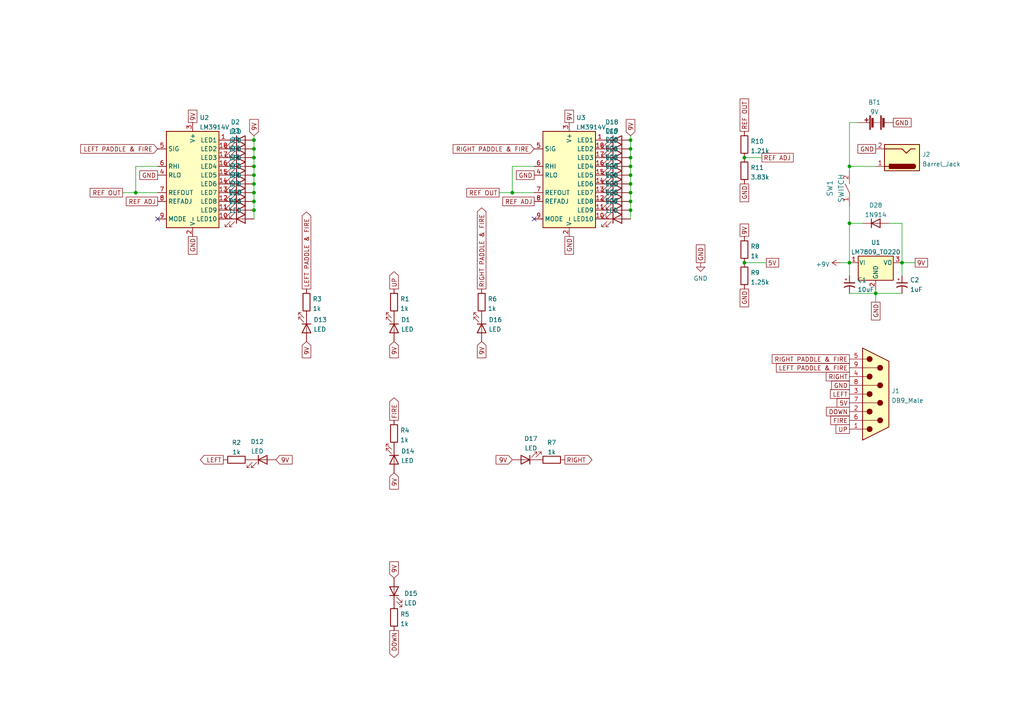
<source format=kicad_sch>
(kicad_sch (version 20211123) (generator eeschema)
  (paper "A4")
  (title_block (title "Atari Joystick & Paddle Tester") (date "2022-10-16") (rev "A"))
  (lib_symbols
    (symbol "AtariJoystickPaddleTester:LM3914_DIP"
      (property "Reference" "U" (at -6.35 13.97 0))
      (property "Value" "LM3914_DIP" (at 5.08 13.97 0))
      (symbol "LM3914_DIP_0_1"
        (rectangle (start -7.62 12.7) (end 7.62 -15.24) (stroke (width 0.254)) (fill (type background)))
      )
      (symbol "LM3914_DIP_1_1"
        (pin open_collector line (at 10.16 10.16 180) (length 2.54) (name "LED1") (number "1"))
        (pin open_collector line (at 10.16 -12.7 180) (length 2.54) (name "LED10") (number "10"))
        (pin open_collector line (at 10.16 -10.16 180) (length 2.54) (name "LED9") (number "11"))
        (pin open_collector line (at 10.16 -7.62 180) (length 2.54) (name "LED8") (number "12"))
        (pin open_collector line (at 10.16 -5.08 180) (length 2.54) (name "LED7") (number "13"))
        (pin open_collector line (at 10.16 -2.54 180) (length 2.54) (name "LED6") (number "14"))
        (pin open_collector line (at 10.16 0 180) (length 2.54) (name "LED5") (number "15"))
        (pin open_collector line (at 10.16 2.54 180) (length 2.54) (name "LED4") (number "16"))
        (pin open_collector line (at 10.16 5.08 180) (length 2.54) (name "LED3") (number "17"))
        (pin open_collector line (at 10.16 7.62 180) (length 2.54) (name "LED2") (number "18"))
        (pin power_in line (at 0 -17.78 90) (length 2.54) (name "V-") (number "2"))
        (pin power_in line (at 0 15.24 270) (length 2.54) (name "V+") (number "3"))
        (pin input line (at -10.16 0 0) (length 2.54) (name "RLO") (number "4"))
        (pin input line (at -10.16 7.62 0) (length 2.54) (name "SIG") (number "5"))
        (pin input line (at -10.16 2.54 0) (length 2.54) (name "RHI") (number "6"))
        (pin output line (at -10.16 -5.08 0) (length 2.54) (name "REFOUT") (number "7"))
        (pin input line (at -10.16 -7.62 0) (length 2.54) (name "REFADJ") (number "8"))
        (pin input line (at -10.16 -12.7 0) (length 2.54) (name "MODE") (number "9"))
      )
      (symbol "LM3914_DIP_1_2"
        (pin open_collector line (at 10.16 10.16 180) (length 2.54) (name "LED1") (number "1"))
        (pin open_collector line (at 10.16 -12.7 180) (length 2.54) (name "LED10") (number "10"))
        (pin open_collector line (at 10.16 -10.16 180) (length 2.54) (name "LED9") (number "11"))
        (pin open_collector line (at 10.16 -7.62 180) (length 2.54) (name "LED8") (number "12"))
        (pin open_collector line (at 10.16 -5.08 180) (length 2.54) (name "LED7") (number "13"))
        (pin open_collector line (at 10.16 -2.54 180) (length 2.54) (name "LED6") (number "14"))
        (pin open_collector line (at 10.16 0 180) (length 2.54) (name "LED5") (number "15"))
        (pin open_collector line (at 10.16 2.54 180) (length 2.54) (name "LED4") (number "16"))
        (pin open_collector line (at 10.16 5.08 180) (length 2.54) (name "LED3") (number "17"))
        (pin open_collector line (at 10.16 7.62 180) (length 2.54) (name "LED2") (number "18"))
        (pin power_in line (at 0 -17.78 90) (length 2.54) (name "V-") (number "2"))
        (pin power_in line (at 0 15.24 270) (length 2.54) (name "V+") (number "3"))
        (pin input line (at -10.16 0 0) (length 2.54) (name "RLO") (number "4"))
        (pin input line (at -10.16 7.62 0) (length 2.54) (name "SIG") (number "5"))
        (pin input line (at -10.16 2.54 0) (length 2.54) (name "RHI") (number "6"))
        (pin output line (at -10.16 -5.08 0) (length 2.54) (name "REFOUT") (number "7"))
        (pin input line (at -10.16 -7.62 0) (length 2.54) (name "REFADJ") (number "8"))
        (pin input line (at -10.16 -12.7 0) (length 2.54) (name "MODE") (number "9"))
      )
    )
    (symbol "Connector:Barrel_Jack" (pin_names (offset 1.016))
      (property "Reference" "J" (at 0 5.334 0))
      (property "Value" "Barrel_Jack" (at 0 -5.08 0))
      (symbol "Barrel_Jack_0_1"
        (rectangle (start -5.08 3.81) (end 5.08 -3.81) (stroke (width 0.254)) (fill (type background)))
        (arc (start -3.302 3.175) (mid -3.937 2.54) (end -3.302 1.905) (stroke (width 0.254)))
        (arc (start -3.302 3.175) (mid -3.937 2.54) (end -3.302 1.905) (stroke (width 0.254)) (fill (type outline)))
        (polyline (pts (xy 5.08 2.54) (xy 3.81 2.54)) (stroke (width 0.254)))
        (polyline (pts (xy -3.81 -2.54) (xy -2.54 -2.54) (xy -1.27 -1.27) (xy 0 -2.54) (xy 2.54 -2.54) (xy 5.08 -2.54)) (stroke (width 0.254)))
        (rectangle (start 3.683 3.175) (end -3.302 1.905) (stroke (width 0.254)) (fill (type outline)))
      )
      (symbol "Barrel_Jack_1_1"
        (pin passive line (at 7.62 2.54 180) (length 2.54) (name "~") (number "1"))
        (pin passive line (at 7.62 -2.54 180) (length 2.54) (name "~") (number "2"))
      )
    )
    (symbol "Connector:DB9_Male" (pin_names (offset 1.016) hide)
      (property "Reference" "J" (at 0 13.97 0))
      (property "Value" "DB9_Male" (at 0 -14.605 0))
      (symbol "DB9_Male_0_1"
        (circle (center -1.778 -10.16) (radius 0.762) (fill (type outline)))
        (circle (center -1.778 -5.08) (radius 0.762) (fill (type outline)))
        (circle (center -1.778 0) (radius 0.762) (fill (type outline)))
        (circle (center -1.778 5.08) (radius 0.762) (fill (type outline)))
        (circle (center -1.778 10.16) (radius 0.762) (fill (type outline)))
        (polyline (pts (xy -3.81 -10.16) (xy -2.54 -10.16)))
        (polyline (pts (xy -3.81 -7.62) (xy 0.508 -7.62)))
        (polyline (pts (xy -3.81 -5.08) (xy -2.54 -5.08)))
        (polyline (pts (xy -3.81 -2.54) (xy 0.508 -2.54)))
        (polyline (pts (xy -3.81 0) (xy -2.54 0)))
        (polyline (pts (xy -3.81 2.54) (xy 0.508 2.54)))
        (polyline (pts (xy -3.81 5.08) (xy -2.54 5.08)))
        (polyline (pts (xy -3.81 7.62) (xy 0.508 7.62)))
        (polyline (pts (xy -3.81 10.16) (xy -2.54 10.16)))
        (polyline (pts (xy -3.81 -13.335) (xy -3.81 13.335) (xy 3.81 9.525) (xy 3.81 -9.525) (xy -3.81 -13.335)) (stroke (width 0.254)) (fill (type background)))
        (circle (center 1.27 -7.62) (radius 0.762) (fill (type outline)))
        (circle (center 1.27 -2.54) (radius 0.762) (fill (type outline)))
        (circle (center 1.27 2.54) (radius 0.762) (fill (type outline)))
        (circle (center 1.27 7.62) (radius 0.762) (fill (type outline)))
      )
      (symbol "DB9_Male_1_1"
        (pin passive line (at -7.62 -10.16 0) (length 3.81) (name "1") (number "1"))
        (pin passive line (at -7.62 -5.08 0) (length 3.81) (name "2") (number "2"))
        (pin passive line (at -7.62 0 0) (length 3.81) (name "3") (number "3"))
        (pin passive line (at -7.62 5.08 0) (length 3.81) (name "4") (number "4"))
        (pin passive line (at -7.62 10.16 0) (length 3.81) (name "5") (number "5"))
        (pin passive line (at -7.62 -7.62 0) (length 3.81) (name "6") (number "6"))
        (pin passive line (at -7.62 -2.54 0) (length 3.81) (name "7") (number "7"))
        (pin passive line (at -7.62 2.54 0) (length 3.81) (name "8") (number "8"))
        (pin passive line (at -7.62 7.62 0) (length 3.81) (name "9") (number "9"))
      )
    )
    (symbol "Device:Battery" (pin_numbers hide) (pin_names (offset 0) hide)
      (property "Reference" "BT" (at 2.54 2.54 0))
      (property "Value" "Battery" (at 2.54 0 0))
      (symbol "Battery_0_1"
        (rectangle (start -2.032 -1.397) (end 2.032 -1.651) (fill (type outline)))
        (rectangle (start -2.032 1.778) (end 2.032 1.524) (fill (type outline)))
        (rectangle (start -1.3208 -1.9812) (end 1.27 -2.4892) (fill (type outline)))
        (rectangle (start -1.3208 1.1938) (end 1.27 0.6858) (fill (type outline)))
        (polyline (pts (xy 0 -1.524) (xy 0 -1.27)))
        (polyline (pts (xy 0 -1.016) (xy 0 -0.762)))
        (polyline (pts (xy 0 -0.508) (xy 0 -0.254)))
        (polyline (pts (xy 0 0) (xy 0 0.254)))
        (polyline (pts (xy 0 0.508) (xy 0 0.762)))
        (polyline (pts (xy 0 1.778) (xy 0 2.54)))
        (polyline (pts (xy 0.254 2.667) (xy 1.27 2.667)) (stroke (width 0.254)))
        (polyline (pts (xy 0.762 3.175) (xy 0.762 2.159)) (stroke (width 0.254)))
      )
      (symbol "Battery_1_1"
        (pin passive line (at 0 5.08 270) (length 2.54) (name "+") (number "1"))
        (pin passive line (at 0 -5.08 90) (length 2.54) (name "-") (number "2"))
      )
    )
    (symbol "Device:C_Polarized_Small_US" (pin_numbers hide) (pin_names (offset 0.254) hide)
      (property "Reference" "C" (at 0.254 1.778 0))
      (property "Value" "C_Polarized_Small_US" (at 0.254 -2.032 0))
      (symbol "C_Polarized_Small_US_0_1"
        (polyline (pts (xy -1.524 0.508) (xy 1.524 0.508)) (stroke (width 0.3048)))
        (polyline (pts (xy -1.27 1.524) (xy -0.762 1.524)))
        (polyline (pts (xy -1.016 1.27) (xy -1.016 1.778)))
        (arc (start 1.524 -0.762) (mid 0 -0.3734) (end -1.524 -0.762) (stroke (width 0.3048)))
      )
      (symbol "C_Polarized_Small_US_1_1"
        (pin passive line (at 0 2.54 270) (length 2.032) (name "~") (number "1"))
        (pin passive line (at 0 -2.54 90) (length 2.032) (name "~") (number "2"))
      )
    )
    (symbol "Device:LED" (pin_numbers hide) (pin_names (offset 1.016) hide)
      (property "Reference" "D" (at 0 2.54 0))
      (property "Value" "LED" (at 0 -2.54 0))
      (symbol "LED_0_1"
        (polyline (pts (xy -1.27 -1.27) (xy -1.27 1.27)) (stroke (width 0.254)))
        (polyline (pts (xy -1.27 0) (xy 1.27 0)))
        (polyline (pts (xy 1.27 -1.27) (xy 1.27 1.27) (xy -1.27 0) (xy 1.27 -1.27)) (stroke (width 0.254)))
        (polyline (pts (xy -3.048 -0.762) (xy -4.572 -2.286) (xy -3.81 -2.286) (xy -4.572 -2.286) (xy -4.572 -1.524)))
        (polyline (pts (xy -1.778 -0.762) (xy -3.302 -2.286) (xy -2.54 -2.286) (xy -3.302 -2.286) (xy -3.302 -1.524)))
      )
      (symbol "LED_1_1"
        (pin passive line (at -3.81 0 0) (length 2.54) (name "K") (number "1"))
        (pin passive line (at 3.81 0 180) (length 2.54) (name "A") (number "2"))
      )
    )
    (symbol "Device:R" (pin_numbers hide) (pin_names (offset 0))
      (property "Reference" "R" (at 2.032 0 90))
      (property "Value" "R" (at 0 0 90))
      (symbol "R_0_1"
        (rectangle (start -1.016 -2.54) (end 1.016 2.54) (stroke (width 0.254)))
      )
      (symbol "R_1_1"
        (pin passive line (at 0 3.81 270) (length 1.27) (name "~") (number "1"))
        (pin passive line (at 0 -3.81 90) (length 1.27) (name "~") (number "2"))
      )
    )
    (symbol "Diode:1N914" (pin_numbers hide) (pin_names (offset 1.016) hide)
      (property "Reference" "D" (at 0 2.54 0))
      (property "Value" "1N914" (at 0 -2.54 0))
      (symbol "1N914_0_1"
        (polyline (pts (xy -1.27 1.27) (xy -1.27 -1.27)) (stroke (width 0.254)))
        (polyline (pts (xy 1.27 0) (xy -1.27 0)))
        (polyline (pts (xy 1.27 1.27) (xy 1.27 -1.27) (xy -1.27 0) (xy 1.27 1.27)) (stroke (width 0.254)))
      )
      (symbol "1N914_1_1"
        (pin passive line (at -3.81 0 0) (length 2.54) (name "K") (number "1"))
        (pin passive line (at 3.81 0 180) (length 2.54) (name "A") (number "2"))
      )
    )
    (symbol "LM3914_DIP_1"
      (property "Reference" "U" (at -6.35 13.97 0))
      (property "Value" "LM3914_DIP_1" (at 5.08 13.97 0))
      (symbol "LM3914_DIP_1_0_1"
        (rectangle (start -7.62 12.7) (end 7.62 -15.24) (stroke (width 0.254)) (fill (type background)))
      )
      (symbol "LM3914_DIP_1_1_1"
        (pin open_collector line (at 10.16 10.16 180) (length 2.54) (name "LED1") (number "1"))
        (pin open_collector line (at 10.16 -12.7 180) (length 2.54) (name "LED10") (number "10"))
        (pin open_collector line (at 10.16 -10.16 180) (length 2.54) (name "LED9") (number "11"))
        (pin open_collector line (at 10.16 -7.62 180) (length 2.54) (name "LED8") (number "12"))
        (pin open_collector line (at 10.16 -5.08 180) (length 2.54) (name "LED7") (number "13"))
        (pin open_collector line (at 10.16 -2.54 180) (length 2.54) (name "LED6") (number "14"))
        (pin open_collector line (at 10.16 0 180) (length 2.54) (name "LED5") (number "15"))
        (pin open_collector line (at 10.16 2.54 180) (length 2.54) (name "LED4") (number "16"))
        (pin open_collector line (at 10.16 5.08 180) (length 2.54) (name "LED3") (number "17"))
        (pin open_collector line (at 10.16 7.62 180) (length 2.54) (name "LED2") (number "18"))
        (pin power_in line (at 0 -17.78 90) (length 2.54) (name "V-") (number "2"))
        (pin power_in line (at 0 15.24 270) (length 2.54) (name "V+") (number "3"))
        (pin input line (at -10.16 0 0) (length 2.54) (name "RLO") (number "4"))
        (pin input line (at -10.16 7.62 0) (length 2.54) (name "SIG") (number "5"))
        (pin input line (at -10.16 2.54 0) (length 2.54) (name "RHI") (number "6"))
        (pin output line (at -10.16 -5.08 0) (length 2.54) (name "REFOUT") (number "7"))
        (pin input line (at -10.16 -7.62 0) (length 2.54) (name "REFADJ") (number "8"))
        (pin input line (at -10.16 -12.7 0) (length 2.54) (name "MODE") (number "9"))
      )
      (symbol "LM3914_DIP_1_1_2"
        (pin open_collector line (at 10.16 10.16 180) (length 2.54) (name "LED1") (number "1"))
        (pin open_collector line (at 10.16 -12.7 180) (length 2.54) (name "LED10") (number "10"))
        (pin open_collector line (at 10.16 -10.16 180) (length 2.54) (name "LED9") (number "11"))
        (pin open_collector line (at 10.16 -7.62 180) (length 2.54) (name "LED8") (number "12"))
        (pin open_collector line (at 10.16 -5.08 180) (length 2.54) (name "LED7") (number "13"))
        (pin open_collector line (at 10.16 -2.54 180) (length 2.54) (name "LED6") (number "14"))
        (pin open_collector line (at 10.16 0 180) (length 2.54) (name "LED5") (number "15"))
        (pin open_collector line (at 10.16 2.54 180) (length 2.54) (name "LED4") (number "16"))
        (pin open_collector line (at 10.16 5.08 180) (length 2.54) (name "LED3") (number "17"))
        (pin open_collector line (at 10.16 7.62 180) (length 2.54) (name "LED2") (number "18"))
        (pin power_in line (at 0 -17.78 90) (length 2.54) (name "V-") (number "2"))
        (pin power_in line (at 0 15.24 270) (length 2.54) (name "V+") (number "3"))
        (pin input line (at -10.16 0 0) (length 2.54) (name "RLO") (number "4"))
        (pin input line (at -10.16 7.62 0) (length 2.54) (name "SIG") (number "5"))
        (pin input line (at -10.16 2.54 0) (length 2.54) (name "RHI") (number "6"))
        (pin output line (at -10.16 -5.08 0) (length 2.54) (name "REFOUT") (number "7"))
        (pin input line (at -10.16 -7.62 0) (length 2.54) (name "REFADJ") (number "8"))
        (pin input line (at -10.16 -12.7 0) (length 2.54) (name "MODE") (number "9"))
      )
    )
    (symbol "Regulator_Linear:LM7809_TO220" (pin_names (offset 0.254))
      (property "Reference" "U" (at -3.81 3.175 0))
      (property "Value" "LM7809_TO220" (at 0 3.175 0))
      (symbol "LM7809_TO220_0_1"
        (rectangle (start -5.08 1.905) (end 5.08 -5.08) (stroke (width 0.254)) (fill (type background)))
      )
      (symbol "LM7809_TO220_1_1"
        (pin power_in line (at -7.62 0 0) (length 2.54) (name "VI") (number "1"))
        (pin power_in line (at 0 -7.62 90) (length 2.54) (name "GND") (number "2"))
        (pin power_out line (at 7.62 0 180) (length 2.54) (name "VO") (number "3"))
      )
    )
    (symbol "UniversalSwitchWithLED:SWITCH" (pin_names (offset 1.016))
      (property "Reference" "SW" (at 0 -1.27 0))
      (property "Value" "SWITCH" (at 0 3.175 0))
      (symbol "SWITCH_0_1"
        (polyline (pts (xy -1.27 0) (xy 1.27 1.27)))
      )
      (symbol "SWITCH_1_1"
        (pin input line (at -5.08 0 0) (length 3.81) (name "~") (number "1"))
        (pin input line (at 5.08 0 180) (length 3.81) (name "~") (number "2"))
      )
    )
    (symbol "power:+9V" (power) (pin_names (offset 0))
      (property "Value" "+9V" (at 0 3.556 0))
      (symbol "+9V_0_1"
        (polyline (pts (xy -0.762 1.27) (xy 0 2.54)))
        (polyline (pts (xy 0 0) (xy 0 2.54)))
        (polyline (pts (xy 0 2.54) (xy 0.762 1.27)))
      )
      (symbol "+9V_1_1"
        (pin power_in line (at 0 0 90) (length 0) hide (name "+9V") (number "1"))
      )
    )
    (symbol "power:GND" (power) (pin_names (offset 0))
      (property "Value" "GND" (at 0 -3.81 0))
      (symbol "GND_0_1"
        (polyline (pts (xy 0 0) (xy 0 -1.27) (xy 1.27 -1.27) (xy 0 -2.54) (xy -1.27 -1.27) (xy 0 -1.27)))
      )
      (symbol "GND_1_1"
        (pin power_in line (at 0 0 270) (length 0) hide (name "GND") (number "1"))
      )
    )
  )
  (junction (at 182.88 55.88))
  (junction (at 73.66 50.8))
  (junction (at 246.38 76.2))
  (junction (at 73.66 58.42))
  (junction (at 246.38 64.77))
  (junction (at 182.88 40.64))
  (junction (at 215.9 45.72))
  (junction (at 73.66 53.34))
  (junction (at 215.9 76.2))
  (junction (at 261.62 76.2))
  (junction (at 73.66 43.18))
  (junction (at 73.66 48.26))
  (junction (at 73.66 60.96))
  (junction (at 182.88 45.72))
  (junction (at 182.88 50.8))
  (junction (at 182.88 43.18))
  (junction (at 182.88 60.96))
  (junction (at 73.66 45.72))
  (junction (at 182.88 48.26))
  (junction (at 148.59 55.88))
  (junction (at 182.88 58.42))
  (junction (at 73.66 40.64))
  (junction (at 39.37 55.88))
  (junction (at 73.66 55.88))
  (junction (at 254 85.09))
  (junction (at 246.38 48.26))
  (junction (at 182.88 53.34))
  (no_connect (at 45.72 63.5))
  (no_connect (at 154.94 63.5))
  (wire (pts (xy 254 85.09) (xy 254 83.82)))
  (wire (pts (xy 73.66 60.96) (xy 73.66 63.5)))
  (wire (pts (xy 246.38 76.2) (xy 246.38 80.01)))
  (wire (pts (xy 73.66 43.18) (xy 73.66 45.72)))
  (wire (pts (xy 254 87.63) (xy 254 85.09)))
  (wire (pts (xy 39.37 48.26) (xy 39.37 55.88)))
  (wire (pts (xy 73.66 55.88) (xy 73.66 58.42)))
  (wire (pts (xy 246.38 35.56) (xy 246.38 48.26)))
  (wire (pts (xy 246.38 64.77) (xy 246.38 76.2)))
  (wire (pts (xy 73.66 48.26) (xy 73.66 50.8)))
  (wire (pts (xy 261.62 64.77) (xy 261.62 76.2)))
  (wire (pts (xy 45.72 48.26) (xy 39.37 48.26)))
  (wire (pts (xy 73.66 53.34) (xy 73.66 55.88)))
  (wire (pts (xy 257.81 64.77) (xy 261.62 64.77)))
  (wire (pts (xy 73.66 50.8) (xy 73.66 53.34)))
  (wire (pts (xy 182.88 43.18) (xy 182.88 45.72)))
  (wire (pts (xy 248.92 35.56) (xy 246.38 35.56)))
  (wire (pts (xy 182.88 55.88) (xy 182.88 58.42)))
  (wire (pts (xy 254 85.09) (xy 261.62 85.09)))
  (wire (pts (xy 222.25 76.2) (xy 215.9 76.2)))
  (wire (pts (xy 182.88 45.72) (xy 182.88 48.26)))
  (wire (pts (xy 73.66 45.72) (xy 73.66 48.26)))
  (wire (pts (xy 73.66 39.37) (xy 73.66 40.64)))
  (wire (pts (xy 144.78 55.88) (xy 148.59 55.88)))
  (wire (pts (xy 246.38 48.26) (xy 254 48.26)))
  (wire (pts (xy 261.62 76.2) (xy 261.62 80.01)))
  (wire (pts (xy 182.88 60.96) (xy 182.88 63.5)))
  (wire (pts (xy 246.38 59.69) (xy 246.38 64.77)))
  (wire (pts (xy 182.88 39.37) (xy 182.88 40.64)))
  (wire (pts (xy 182.88 58.42) (xy 182.88 60.96)))
  (wire (pts (xy 154.94 48.26) (xy 148.59 48.26)))
  (wire (pts (xy 182.88 50.8) (xy 182.88 53.34)))
  (wire (pts (xy 246.38 85.09) (xy 254 85.09)))
  (wire (pts (xy 182.88 48.26) (xy 182.88 50.8)))
  (wire (pts (xy 182.88 53.34) (xy 182.88 55.88)))
  (wire (pts (xy 265.43 76.2) (xy 261.62 76.2)))
  (wire (pts (xy 39.37 55.88) (xy 45.72 55.88)))
  (wire (pts (xy 148.59 55.88) (xy 154.94 55.88)))
  (wire (pts (xy 182.88 40.64) (xy 182.88 43.18)))
  (wire (pts (xy 220.98 45.72) (xy 215.9 45.72)))
  (wire (pts (xy 250.19 64.77) (xy 246.38 64.77)))
  (wire (pts (xy 246.38 48.26) (xy 246.38 49.53)))
  (wire (pts (xy 243.84 76.2) (xy 246.38 76.2)))
  (wire (pts (xy 35.56 55.88) (xy 39.37 55.88)))
  (wire (pts (xy 73.66 58.42) (xy 73.66 60.96)))
  (wire (pts (xy 73.66 40.64) (xy 73.66 43.18)))
  (wire (pts (xy 148.59 48.26) (xy 148.59 55.88)))
  (global_label "GND" (shape passive) (at 165.1 68.58 270) (property "Intersheet References" "${INTERSHEET_REFS}" (effects hide)))
  (global_label "9V" (shape input) (at 114.3 137.16 270) (property "Intersheet References" "${INTERSHEET_REFS}" (effects hide)))
  (global_label "9V" (shape input) (at 139.7 99.06 270) (property "Intersheet References" "${INTERSHEET_REFS}" (effects hide)))
  (global_label "LEFT PADDLE & FIRE" (shape passive) (at 246.38 106.68 180) (property "Intersheet References" "${INTERSHEET_REFS}" (effects hide)))
  (global_label "5V" (shape passive) (at 222.25 76.2 0) (property "Intersheet References" "${INTERSHEET_REFS}" (effects hide)))
  (global_label "FIRE" (shape passive) (at 246.38 121.92 180) (property "Intersheet References" "${INTERSHEET_REFS}" (effects hide)))
  (global_label "GND" (shape passive) (at 154.94 50.8 180) (property "Intersheet References" "${INTERSHEET_REFS}" (effects hide)))
  (global_label "UP" (shape passive) (at 246.38 124.46 180) (property "Intersheet References" "${INTERSHEET_REFS}" (effects hide)))
  (global_label "RIGHT PADDLE & FIRE" (shape passive) (at 246.38 104.14 180) (property "Intersheet References" "${INTERSHEET_REFS}" (effects hide)))
  (global_label "9V" (shape input) (at 80.01 133.35 0) (property "Intersheet References" "${INTERSHEET_REFS}" (effects hide)))
  (global_label "5V" (shape passive) (at 246.38 116.84 180) (property "Intersheet References" "${INTERSHEET_REFS}" (effects hide)))
  (global_label "GND" (shape passive) (at 246.38 111.76 180) (property "Intersheet References" "${INTERSHEET_REFS}" (effects hide)))
  (global_label "LEFT" (shape output) (at 64.77 133.35 180) (property "Intersheet References" "${INTERSHEET_REFS}" (effects hide)))
  (global_label "RIGHT" (shape passive) (at 246.38 109.22 180) (property "Intersheet References" "${INTERSHEET_REFS}" (effects hide)))
  (global_label "DOWN" (shape output) (at 114.3 182.88 270) (property "Intersheet References" "${INTERSHEET_REFS}" (effects hide)))
  (global_label "GND" (shape passive) (at 215.9 83.82 270) (property "Intersheet References" "${INTERSHEET_REFS}" (effects hide)))
  (global_label "9V" (shape input) (at 182.88 39.37 90) (property "Intersheet References" "${INTERSHEET_REFS}" (effects hide)))
  (global_label "REF ADJ" (shape passive) (at 154.94 58.42 180) (property "Intersheet References" "${INTERSHEET_REFS}" (effects hide)))
  (global_label "REF OUT" (shape passive) (at 35.56 55.88 180) (property "Intersheet References" "${INTERSHEET_REFS}" (effects hide)))
  (global_label "9V" (shape passive) (at 165.1 35.56 90) (property "Intersheet References" "${INTERSHEET_REFS}" (effects hide)))
  (global_label "9V" (shape input) (at 73.66 39.37 90) (property "Intersheet References" "${INTERSHEET_REFS}" (effects hide)))
  (global_label "GND" (shape passive) (at 55.88 68.58 270) (property "Intersheet References" "${INTERSHEET_REFS}" (effects hide)))
  (global_label "LEFT PADDLE & FIRE" (shape input) (at 45.72 43.18 180) (property "Intersheet References" "${INTERSHEET_REFS}" (effects hide)))
  (global_label "9V" (shape input) (at 88.9 99.06 270) (property "Intersheet References" "${INTERSHEET_REFS}" (effects hide)))
  (global_label "RIGHT PADDLE & FIRE" (shape input) (at 154.94 43.18 180) (property "Intersheet References" "${INTERSHEET_REFS}" (effects hide)))
  (global_label "GND" (shape passive) (at 45.72 50.8 180) (property "Intersheet References" "${INTERSHEET_REFS}" (effects hide)))
  (global_label "9V" (shape input) (at 114.3 167.64 90) (property "Intersheet References" "${INTERSHEET_REFS}" (effects hide)))
  (global_label "RIGHT PADDLE & FIRE" (shape output) (at 139.7 83.82 90) (property "Intersheet References" "${INTERSHEET_REFS}" (effects hide)))
  (global_label "REF OUT" (shape passive) (at 215.9 38.1 90) (property "Intersheet References" "${INTERSHEET_REFS}" (effects hide)))
  (global_label "LEFT" (shape passive) (at 246.38 114.3 180) (property "Intersheet References" "${INTERSHEET_REFS}" (effects hide)))
  (global_label "GND" (shape passive) (at 259.08 35.56 0) (property "Intersheet References" "${INTERSHEET_REFS}" (effects hide)))
  (global_label "LEFT PADDLE & FIRE" (shape output) (at 88.9 83.82 90) (property "Intersheet References" "${INTERSHEET_REFS}" (effects hide)))
  (global_label "9V" (shape passive) (at 55.88 35.56 90) (property "Intersheet References" "${INTERSHEET_REFS}" (effects hide)))
  (global_label "GND" (shape passive) (at 254 43.18 180) (property "Intersheet References" "${INTERSHEET_REFS}" (effects hide)))
  (global_label "REF OUT" (shape passive) (at 144.78 55.88 180) (property "Intersheet References" "${INTERSHEET_REFS}" (effects hide)))
  (global_label "UP" (shape output) (at 114.3 83.82 90) (property "Intersheet References" "${INTERSHEET_REFS}" (effects hide)))
  (global_label "RIGHT" (shape output) (at 163.83 133.35 0) (property "Intersheet References" "${INTERSHEET_REFS}" (effects hide)))
  (global_label "REF ADJ" (shape passive) (at 220.98 45.72 0) (property "Intersheet References" "${INTERSHEET_REFS}" (effects hide)))
  (global_label "DOWN" (shape passive) (at 246.38 119.38 180) (property "Intersheet References" "${INTERSHEET_REFS}" (effects hide)))
  (global_label "FIRE" (shape output) (at 114.3 121.92 90) (property "Intersheet References" "${INTERSHEET_REFS}" (effects hide)))
  (global_label "GND" (shape passive) (at 203.2 76.2 90) (property "Intersheet References" "${INTERSHEET_REFS}" (effects hide)))
  (global_label "GND" (shape passive) (at 215.9 53.34 270) (property "Intersheet References" "${INTERSHEET_REFS}" (effects hide)))
  (global_label "GND" (shape passive) (at 254 87.63 270) (property "Intersheet References" "${INTERSHEET_REFS}" (effects hide)))
  (global_label "9V" (shape input) (at 148.59 133.35 180) (property "Intersheet References" "${INTERSHEET_REFS}" (effects hide)))
  (global_label "9V" (shape input) (at 114.3 99.06 270) (property "Intersheet References" "${INTERSHEET_REFS}" (effects hide)))
  (global_label "9V" (shape passive) (at 215.9 68.58 90) (property "Intersheet References" "${INTERSHEET_REFS}" (effects hide)))
  (global_label "REF ADJ" (shape passive) (at 45.72 58.42 180) (property "Intersheet References" "${INTERSHEET_REFS}" (effects hide)))
  (global_label "9V" (shape passive) (at 265.43 76.2 0) (property "Intersheet References" "${INTERSHEET_REFS}" (effects hide)))
  (symbol (lib_id "Connector:Barrel_Jack") (at 261.62 45.72 180) (unit 1)
    (property "Reference" "J2" (at 267.462 44.8115 0) (effects (justify right)))
    (property "Value" "Barrel_Jack" (at 267.462 47.5866 0) (effects (justify right)))
    (property "Footprint" "Connector_BarrelJack:BarrelJack_Horizontal" (effects hide))
  )
  (symbol (lib_id "Connector:DB9_Male") (at 254 114.3 0) (unit 1)
    (property "Reference" "J1" (at 258.572 113.3915 0) (effects (justify left)))
    (property "Value" "DB9_Male" (at 258.572 116.1666 0) (effects (justify left)))
    (property "Footprint" "Connector_Dsub:DSUB-9_Male_Horizontal_P2.77x2.84mm_EdgePinOffset4.94mm_Housed_MountingHolesOffset7.48mm" (effects hide))
    (property "Datasheet" " ~" (effects hide))
  )
  (symbol (lib_id "Device:R") (at 88.9 87.63 0) (unit 1)
    (property "Reference" "R3" (at 90.678 86.7215 0) (effects (justify left)))
    (property "Value" "1k" (at 90.678 89.4966 0) (effects (justify left)))
    (property "Footprint" "Resistor_THT:R_Axial_DIN0207_L6.3mm_D2.5mm_P7.62mm_Horizontal" (effects hide))
  )
  (symbol (lib_id "Device:R") (at 139.7 87.63 0) (unit 1)
    (property "Reference" "R6" (at 141.478 86.7215 0) (effects (justify left)))
    (property "Value" "1k" (at 141.478 89.4966 0) (effects (justify left)))
    (property "Footprint" "Resistor_THT:R_Axial_DIN0207_L6.3mm_D2.5mm_P7.62mm_Horizontal" (effects hide))
  )
  (symbol (lib_id "Device:LED") (at 69.85 50.8 0) (unit 1)
    (property "Reference" "D6" (at 68.2625 45.5635 0))
    (property "Value" "LED" (at 68.2625 48.3386 0))
    (property "Footprint" "LED_THT:LED_D10.0mm" (effects hide))
  )
  (symbol (lib_id "Device:LED") (at 179.07 55.88 0) (unit 1)
    (property "Reference" "D24" (at 177.4825 50.6435 0))
    (property "Value" "LED" (at 177.4825 53.4186 0))
    (property "Footprint" "LED_THT:LED_D10.0mm" (effects hide))
  )
  (symbol (lib_id "Device:LED") (at 179.07 53.34 0) (unit 1)
    (property "Reference" "D23" (at 177.4825 48.1035 0))
    (property "Value" "LED" (at 177.4825 50.8786 0))
    (property "Footprint" "LED_THT:LED_D10.0mm" (effects hide))
  )
  (symbol (lib_id "Device:R") (at 215.9 72.39 0) (unit 1)
    (property "Reference" "R8" (at 217.678 71.4815 0) (effects (justify left)))
    (property "Value" "1k" (at 217.678 74.2566 0) (effects (justify left)))
    (property "Footprint" "Resistor_THT:R_Axial_DIN0207_L6.3mm_D2.5mm_P7.62mm_Horizontal" (effects hide))
  )
  (symbol (lib_id "Device:R") (at 114.3 179.07 0) (unit 1)
    (property "Reference" "R5" (at 116.078 178.1615 0) (effects (justify left)))
    (property "Value" "1k" (at 116.078 180.9366 0) (effects (justify left)))
    (property "Footprint" "Resistor_THT:R_Axial_DIN0207_L6.3mm_D2.5mm_P7.62mm_Horizontal" (effects hide))
  )
  (symbol (lib_id "Device:LED") (at 179.07 45.72 0) (unit 1)
    (property "Reference" "D20" (at 177.4825 40.4835 0))
    (property "Value" "LED" (at 177.4825 43.2586 0))
    (property "Footprint" "LED_THT:LED_D10.0mm" (effects hide))
  )
  (symbol (lib_id "Device:LED") (at 114.3 171.45 90) (unit 1)
    (property "Reference" "D15" (at 117.221 172.129 90) (effects (justify right)))
    (property "Value" "LED" (at 117.221 174.9041 90) (effects (justify right)))
    (property "Footprint" "LED_THT:LED_D10.0mm" (effects hide))
  )
  (symbol (lib_id "Device:R") (at 68.58 133.35 90) (unit 1)
    (property "Reference" "R2" (at 68.58 128.3675 90))
    (property "Value" "1k" (at 68.58 131.1426 90))
    (property "Footprint" "Resistor_THT:R_Axial_DIN0207_L6.3mm_D2.5mm_P7.62mm_Horizontal" (effects hide))
  )
  (symbol (lib_id "Device:R") (at 114.3 87.63 0) (unit 1)
    (property "Reference" "R1" (at 116.078 86.7215 0) (effects (justify left)))
    (property "Value" "1k" (at 116.078 89.4966 0) (effects (justify left)))
    (property "Footprint" "Resistor_THT:R_Axial_DIN0207_L6.3mm_D2.5mm_P7.62mm_Horizontal" (effects hide))
  )
  (symbol (lib_id "Device:LED") (at 69.85 60.96 0) (unit 1)
    (property "Reference" "D10" (at 68.2625 55.7235 0))
    (property "Value" "LED" (at 68.2625 58.4986 0))
    (property "Footprint" "LED_THT:LED_D10.0mm" (effects hide))
  )
  (symbol (lib_id "Device:C_Polarized_Small_US") (at 246.38 82.55 0) (unit 1)
    (property "Reference" "C1" (at 248.6914 81.2097 0) (effects (justify left)))
    (property "Value" "10uF" (at 248.6914 83.9848 0) (effects (justify left)))
    (property "Footprint" "Capacitor_THT:CP_Radial_D5.0mm_P2.50mm" (effects hide))
  )
  (symbol (lib_id "Device:LED") (at 179.07 60.96 0) (unit 1)
    (property "Reference" "D26" (at 177.4825 55.7235 0))
    (property "Value" "LED" (at 177.4825 58.4986 0))
    (property "Footprint" "LED_THT:LED_D10.0mm" (effects hide))
  )
  (symbol (lib_id "Device:LED") (at 69.85 45.72 0) (unit 1)
    (property "Reference" "D4" (at 68.2625 40.4835 0))
    (property "Value" "LED" (at 68.2625 43.2586 0))
    (property "Footprint" "LED_THT:LED_D10.0mm" (effects hide))
  )
  (symbol (lib_id "Device:R") (at 215.9 41.91 0) (unit 1)
    (property "Reference" "R10" (at 217.678 41.0015 0) (effects (justify left)))
    (property "Value" "1.21k" (at 217.678 43.7766 0) (effects (justify left)))
    (property "Footprint" "Resistor_THT:R_Axial_DIN0207_L6.3mm_D2.5mm_P7.62mm_Horizontal" (effects hide))
  )
  (symbol (lib_name "LM3914_DIP_1") (lib_id "AtariJoystickPaddleTester:LM3914_DIP") (at 165.1 50.8 0) (unit 1)
    (property "Reference" "U3" (at 167.1194 34.1335 0) (effects (justify left)))
    (property "Value" "LM3914V" (at 167.1194 36.9086 0) (effects (justify left)))
    (property "Footprint" "Package_DIP:DIP-18_W7.62mm" (effects hide))
    (property "Datasheet" "https://www.ti.com/lit/ds/symlink/lm3914.pdf" (effects hide))
  )
  (symbol (lib_id "Device:LED") (at 69.85 55.88 0) (unit 1)
    (property "Reference" "D8" (at 68.2625 50.6435 0))
    (property "Value" "LED" (at 68.2625 53.4186 0))
    (property "Footprint" "LED_THT:LED_D10.0mm" (effects hide))
  )
  (symbol (lib_id "Device:LED") (at 69.85 40.64 0) (unit 1)
    (property "Reference" "D2" (at 68.2625 35.4035 0))
    (property "Value" "LED" (at 68.2625 38.1786 0))
    (property "Footprint" "LED_THT:LED_D10.0mm" (effects hide))
  )
  (symbol (lib_id "Device:LED") (at 88.9 95.25 270) (unit 1)
    (property "Reference" "D13" (at 90.932 92.754 90) (effects (justify left)))
    (property "Value" "LED" (at 90.932 95.5291 90) (effects (justify left)))
    (property "Footprint" "LED_THT:LED_D10.0mm" (effects hide))
  )
  (symbol (lib_id "Device:C_Polarized_Small_US") (at 261.62 82.55 0) (unit 1)
    (property "Reference" "C2" (at 263.9314 81.2097 0) (effects (justify left)))
    (property "Value" "1uF" (at 263.9314 83.9848 0) (effects (justify left)))
    (property "Footprint" "Capacitor_THT:CP_Radial_D5.0mm_P2.50mm" (effects hide))
  )
  (symbol (lib_id "power:+9V") (at 243.84 76.2 90) (unit 1)
    (property "Reference" "#PWR02" (effects hide))
    (property "Value" "+9V" (at 240.6651 76.679 90) (effects (justify left)))
  )
  (symbol (lib_id "Device:LED") (at 179.07 63.5 0) (unit 1)
    (property "Reference" "D27" (at 177.4825 58.2635 0))
    (property "Value" "LED" (at 177.4825 61.0386 0))
    (property "Footprint" "LED_THT:LED_D10.0mm" (effects hide))
  )
  (symbol (lib_id "Device:LED") (at 179.07 43.18 0) (unit 1)
    (property "Reference" "D19" (at 177.4825 37.9435 0))
    (property "Value" "LED" (at 177.4825 40.7186 0))
    (property "Footprint" "LED_THT:LED_D10.0mm" (effects hide))
  )
  (symbol (lib_id "Device:LED") (at 179.07 58.42 0) (unit 1)
    (property "Reference" "D25" (at 177.4825 53.1835 0))
    (property "Value" "LED" (at 177.4825 55.9586 0))
    (property "Footprint" "LED_THT:LED_D10.0mm" (effects hide))
  )
  (symbol (lib_id "Device:LED") (at 69.85 63.5 0) (unit 1)
    (property "Reference" "D11" (at 68.2625 58.2635 0))
    (property "Value" "LED" (at 68.2625 61.0386 0))
    (property "Footprint" "LED_THT:LED_D10.0mm" (effects hide))
  )
  (symbol (lib_id "Device:LED") (at 114.3 95.25 270) (unit 1)
    (property "Reference" "D1" (at 116.332 92.754 90) (effects (justify left)))
    (property "Value" "LED" (at 116.332 95.5291 90) (effects (justify left)))
    (property "Footprint" "LED_THT:LED_D10.0mm" (effects hide))
  )
  (symbol (lib_id "Regulator_Linear:LM7809_TO220") (at 254 76.2 0) (unit 1)
    (property "Reference" "U1" (at 254 70.3285 0))
    (property "Value" "LM7809_TO220" (at 254 73.1036 0))
    (property "Footprint" "Package_TO_SOT_THT:TO-220-3_Horizontal_TabDown" (effects hide))
    (property "Datasheet" "https://www.onsemi.cn/PowerSolutions/document/MC7800-D.PDF" (effects hide))
  )
  (symbol (lib_id "Device:LED") (at 179.07 50.8 0) (unit 1)
    (property "Reference" "D22" (at 177.4825 45.5635 0))
    (property "Value" "LED" (at 177.4825 48.3386 0))
    (property "Footprint" "LED_THT:LED_D10.0mm" (effects hide))
  )
  (symbol (lib_id "AtariJoystickPaddleTester:LM3914_DIP") (at 55.88 50.8 0) (unit 1)
    (property "Reference" "U2" (at 57.8994 34.1335 0) (effects (justify left)))
    (property "Value" "LM3914V" (at 57.8994 36.9086 0) (effects (justify left)))
    (property "Footprint" "Package_DIP:DIP-18_W7.62mm" (effects hide))
    (property "Datasheet" "https://www.ti.com/lit/ds/symlink/lm3914.pdf" (effects hide))
  )
  (symbol (lib_id "Device:R") (at 215.9 80.01 0) (unit 1)
    (property "Reference" "R9" (at 217.678 79.1015 0) (effects (justify left)))
    (property "Value" "1.25k" (at 217.678 81.8766 0) (effects (justify left)))
    (property "Footprint" "Resistor_THT:R_Axial_DIN0207_L6.3mm_D2.5mm_P7.62mm_Horizontal" (effects hide))
  )
  (symbol (lib_id "power:GND") (at 203.2 76.2 0) (unit 1)
    (property "Reference" "#PWR01" (effects hide))
    (property "Value" "GND" (at 203.2 80.7625 0))
  )
  (symbol (lib_id "Device:LED") (at 152.4 133.35 180) (unit 1)
    (property "Reference" "D17" (at 153.9875 127.2245 0))
    (property "Value" "LED" (at 153.9875 129.9996 0))
    (property "Footprint" "LED_THT:LED_D10.0mm" (effects hide))
  )
  (symbol (lib_id "Device:Battery") (at 254 35.56 90) (unit 1)
    (property "Reference" "BT1" (at 253.619 29.6885 90))
    (property "Value" "9V" (at 253.619 32.4636 90))
    (property "Footprint" "Battery:BatteryHolder_MPD_BA9VPC_1xPP3" (effects hide))
  )
  (symbol (lib_id "Device:LED") (at 69.85 53.34 0) (unit 1)
    (property "Reference" "D7" (at 68.2625 48.1035 0))
    (property "Value" "LED" (at 68.2625 50.8786 0))
    (property "Footprint" "LED_THT:LED_D10.0mm" (effects hide))
  )
  (symbol (lib_id "Device:LED") (at 179.07 48.26 0) (unit 1)
    (property "Reference" "D21" (at 177.4825 43.0235 0))
    (property "Value" "LED" (at 177.4825 45.7986 0))
    (property "Footprint" "LED_THT:LED_D10.0mm" (effects hide))
  )
  (symbol (lib_id "Device:LED") (at 69.85 58.42 0) (unit 1)
    (property "Reference" "D9" (at 68.2625 53.1835 0))
    (property "Value" "LED" (at 68.2625 55.9586 0))
    (property "Footprint" "LED_THT:LED_D10.0mm" (effects hide))
  )
  (symbol (lib_id "Device:LED") (at 69.85 43.18 0) (unit 1)
    (property "Reference" "D3" (at 68.2625 37.9435 0))
    (property "Value" "LED" (at 68.2625 40.7186 0))
    (property "Footprint" "LED_THT:LED_D10.0mm" (effects hide))
  )
  (symbol (lib_id "Device:R") (at 215.9 49.53 0) (unit 1)
    (property "Reference" "R11" (at 217.678 48.6215 0) (effects (justify left)))
    (property "Value" "3.83k" (at 217.678 51.3966 0) (effects (justify left)))
    (property "Footprint" "Resistor_THT:R_Axial_DIN0207_L6.3mm_D2.5mm_P7.62mm_Horizontal" (effects hide))
  )
  (symbol (lib_id "Device:R") (at 114.3 125.73 0) (unit 1)
    (property "Reference" "R4" (at 116.078 124.8215 0) (effects (justify left)))
    (property "Value" "1k" (at 116.078 127.5966 0) (effects (justify left)))
    (property "Footprint" "Resistor_THT:R_Axial_DIN0207_L6.3mm_D2.5mm_P7.62mm_Horizontal" (effects hide))
  )
  (symbol (lib_id "Device:R") (at 160.02 133.35 90) (unit 1)
    (property "Reference" "R7" (at 160.02 128.3675 90))
    (property "Value" "1k" (at 160.02 131.1426 90))
    (property "Footprint" "Resistor_THT:R_Axial_DIN0207_L6.3mm_D2.5mm_P7.62mm_Horizontal" (effects hide))
  )
  (symbol (lib_id "Device:LED") (at 69.85 48.26 0) (unit 1)
    (property "Reference" "D5" (at 68.2625 43.0235 0))
    (property "Value" "LED" (at 68.2625 45.7986 0))
    (property "Footprint" "LED_THT:LED_D10.0mm" (effects hide))
  )
  (symbol (lib_id "Device:LED") (at 76.2 133.35 0) (unit 1)
    (property "Reference" "D12" (at 74.6125 128.1135 0))
    (property "Value" "LED" (at 74.6125 130.8886 0))
    (property "Footprint" "LED_THT:LED_D10.0mm" (effects hide))
  )
  (symbol (lib_id "Device:LED") (at 139.7 95.25 270) (unit 1)
    (property "Reference" "D16" (at 141.732 92.754 90) (effects (justify left)))
    (property "Value" "LED" (at 141.732 95.5291 90) (effects (justify left)))
    (property "Footprint" "LED_THT:LED_D10.0mm" (effects hide))
  )
  (symbol (lib_id "Device:LED") (at 179.07 40.64 0) (unit 1)
    (property "Reference" "D18" (at 177.4825 35.4035 0))
    (property "Value" "LED" (at 177.4825 38.1786 0))
    (property "Footprint" "LED_THT:LED_D10.0mm" (effects hide))
  )
  (symbol (lib_id "UniversalSwitchWithLED:SWITCH") (at 246.38 54.61 90) (unit 1)
    (property "Reference" "SW1" (at 240.7061 54.61 0) (effects (font (size 1.524 1.524))))
    (property "Value" "SWITCH" (at 243.9851 54.61 0) (effects (font (size 1.524 1.524))))
    (property "Footprint" "Library:Slide Switch 3-pin" (effects hide))
  )
  (symbol (lib_id "Diode:1N914") (at 254 64.77 0) (unit 1)
    (property "Reference" "D28" (at 254 59.5335 0))
    (property "Value" "1N914" (at 254 62.3086 0))
    (property "Footprint" "Diode_THT:D_DO-35_SOD27_P7.62mm_Horizontal" (effects hide))
    (property "Datasheet" "http://www.vishay.com/docs/85622/1n914.pdf" (effects hide))
  )
  (symbol (lib_id "Device:LED") (at 114.3 133.35 270) (unit 1)
    (property "Reference" "D14" (at 116.332 130.854 90) (effects (justify left)))
    (property "Value" "LED" (at 116.332 133.6291 90) (effects (justify left)))
    (property "Footprint" "LED_THT:LED_D10.0mm" (effects hide))
  )
)
</source>
